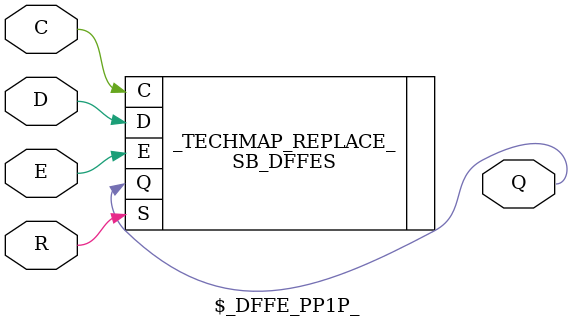
<source format=v>
module  \$_DFF_N_ (input D, C, output Q); SB_DFFN _TECHMAP_REPLACE_ (.D(D), .Q(Q), .C(C)); endmodule
module  \$_DFF_P_ (input D, C, output Q); SB_DFF  _TECHMAP_REPLACE_ (.D(D), .Q(Q), .C(C)); endmodule

module  \$_DFFE_NN_ (input D, C, E, output Q); SB_DFFNE _TECHMAP_REPLACE_ (.D(D), .Q(Q), .C(C), .E(!E)); endmodule
module  \$_DFFE_PN_ (input D, C, E, output Q); SB_DFFE  _TECHMAP_REPLACE_ (.D(D), .Q(Q), .C(C), .E(!E)); endmodule

module  \$_DFFE_NP_ (input D, C, E, output Q); SB_DFFNE _TECHMAP_REPLACE_ (.D(D), .Q(Q), .C(C), .E(E)); endmodule
module  \$_DFFE_PP_ (input D, C, E, output Q); SB_DFFE  _TECHMAP_REPLACE_ (.D(D), .Q(Q), .C(C), .E(E)); endmodule

module  \$_DFF_NN0_ (input D, C, R, output Q); SB_DFFNR _TECHMAP_REPLACE_ (.D(D), .Q(Q), .C(C), .R(!R)); endmodule
module  \$_DFF_NN1_ (input D, C, R, output Q); SB_DFFNS _TECHMAP_REPLACE_ (.D(D), .Q(Q), .C(C), .S(!R)); endmodule
module  \$_DFF_PN0_ (input D, C, R, output Q); SB_DFFR  _TECHMAP_REPLACE_ (.D(D), .Q(Q), .C(C), .R(!R)); endmodule
module  \$_DFF_PN1_ (input D, C, R, output Q); SB_DFFS  _TECHMAP_REPLACE_ (.D(D), .Q(Q), .C(C), .S(!R)); endmodule

module  \$_DFF_NP0_ (input D, C, R, output Q); SB_DFFNR _TECHMAP_REPLACE_ (.D(D), .Q(Q), .C(C), .R(R)); endmodule
module  \$_DFF_NP1_ (input D, C, R, output Q); SB_DFFNS _TECHMAP_REPLACE_ (.D(D), .Q(Q), .C(C), .S(R)); endmodule
module  \$_DFF_PP0_ (input D, C, R, output Q); SB_DFFR  _TECHMAP_REPLACE_ (.D(D), .Q(Q), .C(C), .R(R)); endmodule
module  \$_DFF_PP1_ (input D, C, R, output Q); SB_DFFS  _TECHMAP_REPLACE_ (.D(D), .Q(Q), .C(C), .S(R)); endmodule

module  \$_DFFE_NN0P_ (input D, C, E, R, output Q); SB_DFFNER _TECHMAP_REPLACE_ (.D(D), .Q(Q), .C(C), .E(E), .R(!R)); endmodule
module  \$_DFFE_NN1P_ (input D, C, E, R, output Q); SB_DFFNES _TECHMAP_REPLACE_ (.D(D), .Q(Q), .C(C), .E(E), .S(!R)); endmodule
module  \$_DFFE_PN0P_ (input D, C, E, R, output Q); SB_DFFER  _TECHMAP_REPLACE_ (.D(D), .Q(Q), .C(C), .E(E), .R(!R)); endmodule
module  \$_DFFE_PN1P_ (input D, C, E, R, output Q); SB_DFFES  _TECHMAP_REPLACE_ (.D(D), .Q(Q), .C(C), .E(E), .S(!R)); endmodule

module  \$_DFFE_NP0P_ (input D, C, E, R, output Q); SB_DFFNER _TECHMAP_REPLACE_ (.D(D), .Q(Q), .C(C), .E(E), .R(R)); endmodule
module  \$_DFFE_NP1P_ (input D, C, E, R, output Q); SB_DFFNES _TECHMAP_REPLACE_ (.D(D), .Q(Q), .C(C), .E(E), .S(R)); endmodule
module  \$_DFFE_PP0P_ (input D, C, E, R, output Q); SB_DFFER  _TECHMAP_REPLACE_ (.D(D), .Q(Q), .C(C), .E(E), .R(R)); endmodule
module  \$_DFFE_PP1P_ (input D, C, E, R, output Q); SB_DFFES  _TECHMAP_REPLACE_ (.D(D), .Q(Q), .C(C), .E(E), .S(R)); endmodule

</source>
